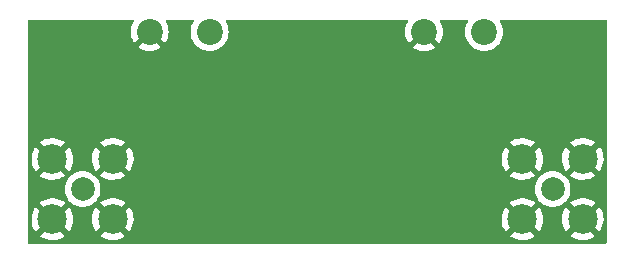
<source format=gbl>
G04 #@! TF.GenerationSoftware,KiCad,Pcbnew,(6.0.7)*
G04 #@! TF.CreationDate,2022-10-20T22:45:04-03:00*
G04 #@! TF.ProjectId,BIAS-T,42494153-2d54-42e6-9b69-6361645f7063,rev?*
G04 #@! TF.SameCoordinates,Original*
G04 #@! TF.FileFunction,Copper,L2,Bot*
G04 #@! TF.FilePolarity,Positive*
%FSLAX46Y46*%
G04 Gerber Fmt 4.6, Leading zero omitted, Abs format (unit mm)*
G04 Created by KiCad (PCBNEW (6.0.7)) date 2022-10-20 22:45:04*
%MOMM*%
%LPD*%
G01*
G04 APERTURE LIST*
G04 #@! TA.AperFunction,ComponentPad*
%ADD10C,2.000000*%
G04 #@! TD*
G04 #@! TA.AperFunction,ComponentPad*
%ADD11C,2.500000*%
G04 #@! TD*
G04 #@! TA.AperFunction,ComponentPad*
%ADD12C,2.200000*%
G04 #@! TD*
G04 APERTURE END LIST*
D10*
X130216500Y-104521000D03*
D11*
X127666500Y-101971000D03*
X127666500Y-107071000D03*
X132766500Y-107071000D03*
X132766500Y-101971000D03*
D12*
X140970000Y-91205000D03*
X135890000Y-91205000D03*
D10*
X170011500Y-104521000D03*
D11*
X172561500Y-107071000D03*
X172561500Y-101971000D03*
X167461500Y-101971000D03*
X167461500Y-107071000D03*
D12*
X164211000Y-91205000D03*
X159131000Y-91205000D03*
G04 #@! TA.AperFunction,Conductor*
G36*
X134481167Y-90190502D02*
G01*
X134527660Y-90244158D01*
X134537764Y-90314432D01*
X134520479Y-90362335D01*
X134455417Y-90468506D01*
X134450936Y-90477300D01*
X134357866Y-90701991D01*
X134354817Y-90711376D01*
X134298041Y-90947863D01*
X134296498Y-90957610D01*
X134277416Y-91200070D01*
X134277416Y-91209930D01*
X134296498Y-91452390D01*
X134298041Y-91462137D01*
X134354817Y-91698624D01*
X134357866Y-91708009D01*
X134450936Y-91932700D01*
X134455417Y-91941494D01*
X134574713Y-92136167D01*
X134585170Y-92145627D01*
X134593946Y-92141844D01*
X135800905Y-90934885D01*
X135863217Y-90900859D01*
X135934032Y-90905924D01*
X135979095Y-90934885D01*
X137183010Y-92138800D01*
X137195390Y-92145560D01*
X137203040Y-92139833D01*
X137324583Y-91941494D01*
X137329064Y-91932700D01*
X137422134Y-91708009D01*
X137425183Y-91698624D01*
X137481959Y-91462137D01*
X137483502Y-91452390D01*
X137502584Y-91209930D01*
X137502584Y-91200070D01*
X137483502Y-90957610D01*
X137481959Y-90947863D01*
X137425183Y-90711376D01*
X137422134Y-90701991D01*
X137329064Y-90477300D01*
X137324583Y-90468506D01*
X137259521Y-90362335D01*
X137240983Y-90293802D01*
X137262439Y-90226125D01*
X137317078Y-90180792D01*
X137366954Y-90170500D01*
X139492459Y-90170500D01*
X139560580Y-90190502D01*
X139607073Y-90244158D01*
X139617177Y-90314432D01*
X139599892Y-90362335D01*
X139532384Y-90472498D01*
X139435495Y-90706409D01*
X139376391Y-90952597D01*
X139356526Y-91205000D01*
X139376391Y-91457403D01*
X139435495Y-91703591D01*
X139532384Y-91937502D01*
X139664672Y-92153376D01*
X139829102Y-92345898D01*
X140021624Y-92510328D01*
X140237498Y-92642616D01*
X140242068Y-92644509D01*
X140242072Y-92644511D01*
X140466836Y-92737611D01*
X140471409Y-92739505D01*
X140556032Y-92759821D01*
X140712784Y-92797454D01*
X140712790Y-92797455D01*
X140717597Y-92798609D01*
X140970000Y-92818474D01*
X141222403Y-92798609D01*
X141227210Y-92797455D01*
X141227216Y-92797454D01*
X141383968Y-92759821D01*
X141468591Y-92739505D01*
X141473164Y-92737611D01*
X141697928Y-92644511D01*
X141697932Y-92644509D01*
X141702502Y-92642616D01*
X141918275Y-92510390D01*
X158190440Y-92510390D01*
X158196167Y-92518040D01*
X158394506Y-92639583D01*
X158403300Y-92644064D01*
X158627991Y-92737134D01*
X158637376Y-92740183D01*
X158873863Y-92796959D01*
X158883610Y-92798502D01*
X159126070Y-92817584D01*
X159135930Y-92817584D01*
X159378390Y-92798502D01*
X159388137Y-92796959D01*
X159624624Y-92740183D01*
X159634009Y-92737134D01*
X159858700Y-92644064D01*
X159867494Y-92639583D01*
X160062167Y-92520287D01*
X160071627Y-92509830D01*
X160067844Y-92501054D01*
X159143812Y-91577022D01*
X159129868Y-91569408D01*
X159128035Y-91569539D01*
X159121420Y-91573790D01*
X158197200Y-92498010D01*
X158190440Y-92510390D01*
X141918275Y-92510390D01*
X141918376Y-92510328D01*
X142110898Y-92345898D01*
X142275328Y-92153376D01*
X142407616Y-91937502D01*
X142504505Y-91703591D01*
X142563609Y-91457403D01*
X142583474Y-91205000D01*
X142563609Y-90952597D01*
X142504505Y-90706409D01*
X142407616Y-90472498D01*
X142340108Y-90362335D01*
X142321570Y-90293801D01*
X142343026Y-90226125D01*
X142397666Y-90180792D01*
X142447541Y-90170500D01*
X157654046Y-90170500D01*
X157722167Y-90190502D01*
X157768660Y-90244158D01*
X157778764Y-90314432D01*
X157761479Y-90362335D01*
X157696417Y-90468506D01*
X157691936Y-90477300D01*
X157598866Y-90701991D01*
X157595817Y-90711376D01*
X157539041Y-90947863D01*
X157537498Y-90957610D01*
X157518416Y-91200070D01*
X157518416Y-91209930D01*
X157537498Y-91452390D01*
X157539041Y-91462137D01*
X157595817Y-91698624D01*
X157598866Y-91708009D01*
X157691936Y-91932700D01*
X157696417Y-91941494D01*
X157815713Y-92136167D01*
X157826170Y-92145627D01*
X157834946Y-92141844D01*
X159041905Y-90934885D01*
X159104217Y-90900859D01*
X159175032Y-90905924D01*
X159220095Y-90934885D01*
X160424010Y-92138800D01*
X160436390Y-92145560D01*
X160444040Y-92139833D01*
X160565583Y-91941494D01*
X160570064Y-91932700D01*
X160663134Y-91708009D01*
X160666183Y-91698624D01*
X160722959Y-91462137D01*
X160724502Y-91452390D01*
X160743584Y-91209930D01*
X160743584Y-91200070D01*
X160724502Y-90957610D01*
X160722959Y-90947863D01*
X160666183Y-90711376D01*
X160663134Y-90701991D01*
X160570064Y-90477300D01*
X160565583Y-90468506D01*
X160500521Y-90362335D01*
X160481983Y-90293802D01*
X160503439Y-90226125D01*
X160558078Y-90180792D01*
X160607954Y-90170500D01*
X162733459Y-90170500D01*
X162801580Y-90190502D01*
X162848073Y-90244158D01*
X162858177Y-90314432D01*
X162840892Y-90362335D01*
X162773384Y-90472498D01*
X162676495Y-90706409D01*
X162617391Y-90952597D01*
X162597526Y-91205000D01*
X162617391Y-91457403D01*
X162676495Y-91703591D01*
X162773384Y-91937502D01*
X162905672Y-92153376D01*
X163070102Y-92345898D01*
X163262624Y-92510328D01*
X163478498Y-92642616D01*
X163483068Y-92644509D01*
X163483072Y-92644511D01*
X163707836Y-92737611D01*
X163712409Y-92739505D01*
X163797032Y-92759821D01*
X163953784Y-92797454D01*
X163953790Y-92797455D01*
X163958597Y-92798609D01*
X164211000Y-92818474D01*
X164463403Y-92798609D01*
X164468210Y-92797455D01*
X164468216Y-92797454D01*
X164624968Y-92759821D01*
X164709591Y-92739505D01*
X164714164Y-92737611D01*
X164938928Y-92644511D01*
X164938932Y-92644509D01*
X164943502Y-92642616D01*
X165159376Y-92510328D01*
X165351898Y-92345898D01*
X165516328Y-92153376D01*
X165648616Y-91937502D01*
X165745505Y-91703591D01*
X165804609Y-91457403D01*
X165824474Y-91205000D01*
X165804609Y-90952597D01*
X165745505Y-90706409D01*
X165648616Y-90472498D01*
X165581108Y-90362335D01*
X165562570Y-90293801D01*
X165584026Y-90226125D01*
X165638666Y-90180792D01*
X165688541Y-90170500D01*
X174460500Y-90170500D01*
X174528621Y-90190502D01*
X174575114Y-90244158D01*
X174586500Y-90296500D01*
X174586500Y-109027500D01*
X174566498Y-109095621D01*
X174512842Y-109142114D01*
X174460500Y-109153500D01*
X125729500Y-109153500D01*
X125661379Y-109133498D01*
X125614886Y-109079842D01*
X125603500Y-109027500D01*
X125603500Y-108480133D01*
X126622112Y-108480133D01*
X126630825Y-108491653D01*
X126728518Y-108563284D01*
X126736428Y-108568227D01*
X126959390Y-108685533D01*
X126967953Y-108689256D01*
X127205804Y-108772318D01*
X127214813Y-108774732D01*
X127462342Y-108821727D01*
X127471598Y-108822781D01*
X127723357Y-108832673D01*
X127732671Y-108832347D01*
X127983115Y-108804920D01*
X127992292Y-108803219D01*
X128235931Y-108739074D01*
X128244751Y-108736037D01*
X128476236Y-108636583D01*
X128484508Y-108632276D01*
X128698749Y-108499700D01*
X128705688Y-108494658D01*
X128714018Y-108482019D01*
X128712914Y-108480133D01*
X131722112Y-108480133D01*
X131730825Y-108491653D01*
X131828518Y-108563284D01*
X131836428Y-108568227D01*
X132059390Y-108685533D01*
X132067953Y-108689256D01*
X132305804Y-108772318D01*
X132314813Y-108774732D01*
X132562342Y-108821727D01*
X132571598Y-108822781D01*
X132823357Y-108832673D01*
X132832671Y-108832347D01*
X133083115Y-108804920D01*
X133092292Y-108803219D01*
X133335931Y-108739074D01*
X133344751Y-108736037D01*
X133576236Y-108636583D01*
X133584508Y-108632276D01*
X133798749Y-108499700D01*
X133805688Y-108494658D01*
X133814018Y-108482019D01*
X133812914Y-108480133D01*
X166417112Y-108480133D01*
X166425825Y-108491653D01*
X166523518Y-108563284D01*
X166531428Y-108568227D01*
X166754390Y-108685533D01*
X166762953Y-108689256D01*
X167000804Y-108772318D01*
X167009813Y-108774732D01*
X167257342Y-108821727D01*
X167266598Y-108822781D01*
X167518357Y-108832673D01*
X167527671Y-108832347D01*
X167778115Y-108804920D01*
X167787292Y-108803219D01*
X168030931Y-108739074D01*
X168039751Y-108736037D01*
X168271236Y-108636583D01*
X168279508Y-108632276D01*
X168493749Y-108499700D01*
X168500688Y-108494658D01*
X168509018Y-108482019D01*
X168507914Y-108480133D01*
X171517112Y-108480133D01*
X171525825Y-108491653D01*
X171623518Y-108563284D01*
X171631428Y-108568227D01*
X171854390Y-108685533D01*
X171862953Y-108689256D01*
X172100804Y-108772318D01*
X172109813Y-108774732D01*
X172357342Y-108821727D01*
X172366598Y-108822781D01*
X172618357Y-108832673D01*
X172627671Y-108832347D01*
X172878115Y-108804920D01*
X172887292Y-108803219D01*
X173130931Y-108739074D01*
X173139751Y-108736037D01*
X173371236Y-108636583D01*
X173379508Y-108632276D01*
X173593749Y-108499700D01*
X173600688Y-108494658D01*
X173609018Y-108482019D01*
X173602956Y-108471666D01*
X172574312Y-107443022D01*
X172560368Y-107435408D01*
X172558535Y-107435539D01*
X172551920Y-107439790D01*
X171523770Y-108467940D01*
X171517112Y-108480133D01*
X168507914Y-108480133D01*
X168502956Y-108471666D01*
X167474312Y-107443022D01*
X167460368Y-107435408D01*
X167458535Y-107435539D01*
X167451920Y-107439790D01*
X166423770Y-108467940D01*
X166417112Y-108480133D01*
X133812914Y-108480133D01*
X133807956Y-108471666D01*
X132779312Y-107443022D01*
X132765368Y-107435408D01*
X132763535Y-107435539D01*
X132756920Y-107439790D01*
X131728770Y-108467940D01*
X131722112Y-108480133D01*
X128712914Y-108480133D01*
X128707956Y-108471666D01*
X127679312Y-107443022D01*
X127665368Y-107435408D01*
X127663535Y-107435539D01*
X127656920Y-107439790D01*
X126628770Y-108467940D01*
X126622112Y-108480133D01*
X125603500Y-108480133D01*
X125603500Y-107029523D01*
X125904398Y-107029523D01*
X125916487Y-107281175D01*
X125917624Y-107290435D01*
X125966774Y-107537535D01*
X125969268Y-107546528D01*
X126054400Y-107783639D01*
X126058200Y-107792174D01*
X126177446Y-108014101D01*
X126182457Y-108021968D01*
X126245946Y-108106990D01*
X126257204Y-108115439D01*
X126269623Y-108108667D01*
X127294478Y-107083812D01*
X127300856Y-107072132D01*
X128030908Y-107072132D01*
X128031039Y-107073965D01*
X128035290Y-107080580D01*
X129066413Y-108111703D01*
X129078793Y-108118463D01*
X129087134Y-108112219D01*
X129213265Y-107916127D01*
X129217712Y-107907936D01*
X129321191Y-107678222D01*
X129324382Y-107669455D01*
X129392769Y-107426976D01*
X129394629Y-107417834D01*
X129426616Y-107166396D01*
X129427097Y-107160108D01*
X129429347Y-107074160D01*
X129429196Y-107067851D01*
X129426348Y-107029523D01*
X131004398Y-107029523D01*
X131016487Y-107281175D01*
X131017624Y-107290435D01*
X131066774Y-107537535D01*
X131069268Y-107546528D01*
X131154400Y-107783639D01*
X131158200Y-107792174D01*
X131277446Y-108014101D01*
X131282457Y-108021968D01*
X131345946Y-108106990D01*
X131357204Y-108115439D01*
X131369623Y-108108667D01*
X132394478Y-107083812D01*
X132400856Y-107072132D01*
X133130908Y-107072132D01*
X133131039Y-107073965D01*
X133135290Y-107080580D01*
X134166413Y-108111703D01*
X134178793Y-108118463D01*
X134187134Y-108112219D01*
X134313265Y-107916127D01*
X134317712Y-107907936D01*
X134421191Y-107678222D01*
X134424382Y-107669455D01*
X134492769Y-107426976D01*
X134494629Y-107417834D01*
X134526616Y-107166396D01*
X134527097Y-107160108D01*
X134529347Y-107074160D01*
X134529196Y-107067851D01*
X134526348Y-107029523D01*
X165699398Y-107029523D01*
X165711487Y-107281175D01*
X165712624Y-107290435D01*
X165761774Y-107537535D01*
X165764268Y-107546528D01*
X165849400Y-107783639D01*
X165853200Y-107792174D01*
X165972446Y-108014101D01*
X165977457Y-108021968D01*
X166040946Y-108106990D01*
X166052204Y-108115439D01*
X166064623Y-108108667D01*
X167089478Y-107083812D01*
X167095856Y-107072132D01*
X167825908Y-107072132D01*
X167826039Y-107073965D01*
X167830290Y-107080580D01*
X168861413Y-108111703D01*
X168873793Y-108118463D01*
X168882134Y-108112219D01*
X169008265Y-107916127D01*
X169012712Y-107907936D01*
X169116191Y-107678222D01*
X169119382Y-107669455D01*
X169187769Y-107426976D01*
X169189629Y-107417834D01*
X169221616Y-107166396D01*
X169222097Y-107160108D01*
X169224347Y-107074160D01*
X169224196Y-107067851D01*
X169221348Y-107029523D01*
X170799398Y-107029523D01*
X170811487Y-107281175D01*
X170812624Y-107290435D01*
X170861774Y-107537535D01*
X170864268Y-107546528D01*
X170949400Y-107783639D01*
X170953200Y-107792174D01*
X171072446Y-108014101D01*
X171077457Y-108021968D01*
X171140946Y-108106990D01*
X171152204Y-108115439D01*
X171164623Y-108108667D01*
X172189478Y-107083812D01*
X172195856Y-107072132D01*
X172925908Y-107072132D01*
X172926039Y-107073965D01*
X172930290Y-107080580D01*
X173961413Y-108111703D01*
X173973793Y-108118463D01*
X173982134Y-108112219D01*
X174108265Y-107916127D01*
X174112712Y-107907936D01*
X174216191Y-107678222D01*
X174219382Y-107669455D01*
X174287769Y-107426976D01*
X174289629Y-107417834D01*
X174321616Y-107166396D01*
X174322097Y-107160108D01*
X174324347Y-107074160D01*
X174324196Y-107067851D01*
X174305412Y-106815074D01*
X174304036Y-106805868D01*
X174248429Y-106560126D01*
X174245705Y-106551215D01*
X174154388Y-106316392D01*
X174150377Y-106307983D01*
X174025354Y-106089240D01*
X174020143Y-106081514D01*
X173982891Y-106034261D01*
X173970966Y-106025790D01*
X173959434Y-106032276D01*
X172933522Y-107058188D01*
X172925908Y-107072132D01*
X172195856Y-107072132D01*
X172197092Y-107069868D01*
X172196961Y-107068035D01*
X172192710Y-107061420D01*
X171162821Y-106031531D01*
X171149513Y-106024264D01*
X171139474Y-106031386D01*
X171129261Y-106043666D01*
X171123846Y-106051258D01*
X170993146Y-106266646D01*
X170988908Y-106274963D01*
X170891481Y-106507299D01*
X170888520Y-106516149D01*
X170826506Y-106760331D01*
X170824884Y-106769528D01*
X170799643Y-107020198D01*
X170799398Y-107029523D01*
X169221348Y-107029523D01*
X169205412Y-106815074D01*
X169204036Y-106805868D01*
X169148429Y-106560126D01*
X169145705Y-106551215D01*
X169054388Y-106316392D01*
X169050377Y-106307983D01*
X168925354Y-106089240D01*
X168920143Y-106081514D01*
X168882891Y-106034261D01*
X168870966Y-106025790D01*
X168859434Y-106032276D01*
X167833522Y-107058188D01*
X167825908Y-107072132D01*
X167095856Y-107072132D01*
X167097092Y-107069868D01*
X167096961Y-107068035D01*
X167092710Y-107061420D01*
X166062821Y-106031531D01*
X166049513Y-106024264D01*
X166039474Y-106031386D01*
X166029261Y-106043666D01*
X166023846Y-106051258D01*
X165893146Y-106266646D01*
X165888908Y-106274963D01*
X165791481Y-106507299D01*
X165788520Y-106516149D01*
X165726506Y-106760331D01*
X165724884Y-106769528D01*
X165699643Y-107020198D01*
X165699398Y-107029523D01*
X134526348Y-107029523D01*
X134510412Y-106815074D01*
X134509036Y-106805868D01*
X134453429Y-106560126D01*
X134450705Y-106551215D01*
X134359388Y-106316392D01*
X134355377Y-106307983D01*
X134230354Y-106089240D01*
X134225143Y-106081514D01*
X134187891Y-106034261D01*
X134175966Y-106025790D01*
X134164434Y-106032276D01*
X133138522Y-107058188D01*
X133130908Y-107072132D01*
X132400856Y-107072132D01*
X132402092Y-107069868D01*
X132401961Y-107068035D01*
X132397710Y-107061420D01*
X131367821Y-106031531D01*
X131354513Y-106024264D01*
X131344474Y-106031386D01*
X131334261Y-106043666D01*
X131328846Y-106051258D01*
X131198146Y-106266646D01*
X131193908Y-106274963D01*
X131096481Y-106507299D01*
X131093520Y-106516149D01*
X131031506Y-106760331D01*
X131029884Y-106769528D01*
X131004643Y-107020198D01*
X131004398Y-107029523D01*
X129426348Y-107029523D01*
X129410412Y-106815074D01*
X129409036Y-106805868D01*
X129353429Y-106560126D01*
X129350705Y-106551215D01*
X129259388Y-106316392D01*
X129255377Y-106307983D01*
X129130354Y-106089240D01*
X129125143Y-106081514D01*
X129087891Y-106034261D01*
X129075966Y-106025790D01*
X129064434Y-106032276D01*
X128038522Y-107058188D01*
X128030908Y-107072132D01*
X127300856Y-107072132D01*
X127302092Y-107069868D01*
X127301961Y-107068035D01*
X127297710Y-107061420D01*
X126267821Y-106031531D01*
X126254513Y-106024264D01*
X126244474Y-106031386D01*
X126234261Y-106043666D01*
X126228846Y-106051258D01*
X126098146Y-106266646D01*
X126093908Y-106274963D01*
X125996481Y-106507299D01*
X125993520Y-106516149D01*
X125931506Y-106760331D01*
X125929884Y-106769528D01*
X125904643Y-107020198D01*
X125904398Y-107029523D01*
X125603500Y-107029523D01*
X125603500Y-105659803D01*
X126619716Y-105659803D01*
X126624289Y-105669579D01*
X127653688Y-106698978D01*
X127667632Y-106706592D01*
X127669465Y-106706461D01*
X127676080Y-106702210D01*
X128704919Y-105673371D01*
X128711303Y-105661681D01*
X128701891Y-105649570D01*
X128565093Y-105554670D01*
X128557065Y-105549942D01*
X128331093Y-105438505D01*
X128322460Y-105435017D01*
X128082498Y-105358205D01*
X128073438Y-105356029D01*
X127824760Y-105315529D01*
X127815473Y-105314717D01*
X127563553Y-105311419D01*
X127554242Y-105311989D01*
X127304597Y-105345964D01*
X127295478Y-105347902D01*
X127053598Y-105418404D01*
X127044867Y-105421667D01*
X126816058Y-105527151D01*
X126807906Y-105531670D01*
X126628853Y-105649062D01*
X126619716Y-105659803D01*
X125603500Y-105659803D01*
X125603500Y-104521000D01*
X128703335Y-104521000D01*
X128721965Y-104757711D01*
X128777395Y-104988594D01*
X128868260Y-105207963D01*
X128870846Y-105212183D01*
X128989741Y-105406202D01*
X128989745Y-105406208D01*
X128992324Y-105410416D01*
X129146531Y-105590969D01*
X129327084Y-105745176D01*
X129331292Y-105747755D01*
X129331298Y-105747759D01*
X129525317Y-105866654D01*
X129529537Y-105869240D01*
X129534107Y-105871133D01*
X129534111Y-105871135D01*
X129744333Y-105958211D01*
X129748906Y-105960105D01*
X129829109Y-105979360D01*
X129974976Y-106014380D01*
X129974982Y-106014381D01*
X129979789Y-106015535D01*
X130216500Y-106034165D01*
X130453211Y-106015535D01*
X130458018Y-106014381D01*
X130458024Y-106014380D01*
X130603891Y-105979360D01*
X130684094Y-105960105D01*
X130688667Y-105958211D01*
X130898889Y-105871135D01*
X130898893Y-105871133D01*
X130903463Y-105869240D01*
X130907683Y-105866654D01*
X131101702Y-105747759D01*
X131101708Y-105747755D01*
X131105916Y-105745176D01*
X131205875Y-105659803D01*
X131719716Y-105659803D01*
X131724289Y-105669579D01*
X132753688Y-106698978D01*
X132767632Y-106706592D01*
X132769465Y-106706461D01*
X132776080Y-106702210D01*
X133804919Y-105673371D01*
X133811303Y-105661681D01*
X133809844Y-105659803D01*
X166414716Y-105659803D01*
X166419289Y-105669579D01*
X167448688Y-106698978D01*
X167462632Y-106706592D01*
X167464465Y-106706461D01*
X167471080Y-106702210D01*
X168499919Y-105673371D01*
X168506303Y-105661681D01*
X168496891Y-105649570D01*
X168360093Y-105554670D01*
X168352065Y-105549942D01*
X168126093Y-105438505D01*
X168117460Y-105435017D01*
X167877498Y-105358205D01*
X167868438Y-105356029D01*
X167619760Y-105315529D01*
X167610473Y-105314717D01*
X167358553Y-105311419D01*
X167349242Y-105311989D01*
X167099597Y-105345964D01*
X167090478Y-105347902D01*
X166848598Y-105418404D01*
X166839867Y-105421667D01*
X166611058Y-105527151D01*
X166602906Y-105531670D01*
X166423853Y-105649062D01*
X166414716Y-105659803D01*
X133809844Y-105659803D01*
X133801891Y-105649570D01*
X133665093Y-105554670D01*
X133657065Y-105549942D01*
X133431093Y-105438505D01*
X133422460Y-105435017D01*
X133182498Y-105358205D01*
X133173438Y-105356029D01*
X132924760Y-105315529D01*
X132915473Y-105314717D01*
X132663553Y-105311419D01*
X132654242Y-105311989D01*
X132404597Y-105345964D01*
X132395478Y-105347902D01*
X132153598Y-105418404D01*
X132144867Y-105421667D01*
X131916058Y-105527151D01*
X131907906Y-105531670D01*
X131728853Y-105649062D01*
X131719716Y-105659803D01*
X131205875Y-105659803D01*
X131286469Y-105590969D01*
X131440676Y-105410416D01*
X131443255Y-105406208D01*
X131443259Y-105406202D01*
X131562154Y-105212183D01*
X131564740Y-105207963D01*
X131655605Y-104988594D01*
X131711035Y-104757711D01*
X131729665Y-104521000D01*
X168498335Y-104521000D01*
X168516965Y-104757711D01*
X168572395Y-104988594D01*
X168663260Y-105207963D01*
X168665846Y-105212183D01*
X168784741Y-105406202D01*
X168784745Y-105406208D01*
X168787324Y-105410416D01*
X168941531Y-105590969D01*
X169122084Y-105745176D01*
X169126292Y-105747755D01*
X169126298Y-105747759D01*
X169320317Y-105866654D01*
X169324537Y-105869240D01*
X169329107Y-105871133D01*
X169329111Y-105871135D01*
X169539333Y-105958211D01*
X169543906Y-105960105D01*
X169624109Y-105979360D01*
X169769976Y-106014380D01*
X169769982Y-106014381D01*
X169774789Y-106015535D01*
X170011500Y-106034165D01*
X170248211Y-106015535D01*
X170253018Y-106014381D01*
X170253024Y-106014380D01*
X170398891Y-105979360D01*
X170479094Y-105960105D01*
X170483667Y-105958211D01*
X170693889Y-105871135D01*
X170693893Y-105871133D01*
X170698463Y-105869240D01*
X170702683Y-105866654D01*
X170896702Y-105747759D01*
X170896708Y-105747755D01*
X170900916Y-105745176D01*
X171000875Y-105659803D01*
X171514716Y-105659803D01*
X171519289Y-105669579D01*
X172548688Y-106698978D01*
X172562632Y-106706592D01*
X172564465Y-106706461D01*
X172571080Y-106702210D01*
X173599919Y-105673371D01*
X173606303Y-105661681D01*
X173596891Y-105649570D01*
X173460093Y-105554670D01*
X173452065Y-105549942D01*
X173226093Y-105438505D01*
X173217460Y-105435017D01*
X172977498Y-105358205D01*
X172968438Y-105356029D01*
X172719760Y-105315529D01*
X172710473Y-105314717D01*
X172458553Y-105311419D01*
X172449242Y-105311989D01*
X172199597Y-105345964D01*
X172190478Y-105347902D01*
X171948598Y-105418404D01*
X171939867Y-105421667D01*
X171711058Y-105527151D01*
X171702906Y-105531670D01*
X171523853Y-105649062D01*
X171514716Y-105659803D01*
X171000875Y-105659803D01*
X171081469Y-105590969D01*
X171235676Y-105410416D01*
X171238255Y-105406208D01*
X171238259Y-105406202D01*
X171357154Y-105212183D01*
X171359740Y-105207963D01*
X171450605Y-104988594D01*
X171506035Y-104757711D01*
X171524665Y-104521000D01*
X171506035Y-104284289D01*
X171450605Y-104053406D01*
X171359740Y-103834037D01*
X171280617Y-103704920D01*
X171238259Y-103635798D01*
X171238255Y-103635792D01*
X171235676Y-103631584D01*
X171081469Y-103451031D01*
X170998458Y-103380133D01*
X171517112Y-103380133D01*
X171525825Y-103391653D01*
X171623518Y-103463284D01*
X171631428Y-103468227D01*
X171854390Y-103585533D01*
X171862953Y-103589256D01*
X172100804Y-103672318D01*
X172109813Y-103674732D01*
X172357342Y-103721727D01*
X172366598Y-103722781D01*
X172618357Y-103732673D01*
X172627671Y-103732347D01*
X172878115Y-103704920D01*
X172887292Y-103703219D01*
X173130931Y-103639074D01*
X173139751Y-103636037D01*
X173371236Y-103536583D01*
X173379508Y-103532276D01*
X173593749Y-103399700D01*
X173600688Y-103394658D01*
X173609018Y-103382019D01*
X173602956Y-103371666D01*
X172574312Y-102343022D01*
X172560368Y-102335408D01*
X172558535Y-102335539D01*
X172551920Y-102339790D01*
X171523770Y-103367940D01*
X171517112Y-103380133D01*
X170998458Y-103380133D01*
X170900916Y-103296824D01*
X170896708Y-103294245D01*
X170896702Y-103294241D01*
X170702683Y-103175346D01*
X170698463Y-103172760D01*
X170693893Y-103170867D01*
X170693889Y-103170865D01*
X170483667Y-103083789D01*
X170483665Y-103083788D01*
X170479094Y-103081895D01*
X170398891Y-103062640D01*
X170253024Y-103027620D01*
X170253018Y-103027619D01*
X170248211Y-103026465D01*
X170011500Y-103007835D01*
X169774789Y-103026465D01*
X169769982Y-103027619D01*
X169769976Y-103027620D01*
X169624109Y-103062640D01*
X169543906Y-103081895D01*
X169539335Y-103083788D01*
X169539333Y-103083789D01*
X169329111Y-103170865D01*
X169329107Y-103170867D01*
X169324537Y-103172760D01*
X169320317Y-103175346D01*
X169126298Y-103294241D01*
X169126292Y-103294245D01*
X169122084Y-103296824D01*
X168941531Y-103451031D01*
X168787324Y-103631584D01*
X168784745Y-103635792D01*
X168784741Y-103635798D01*
X168742383Y-103704920D01*
X168663260Y-103834037D01*
X168572395Y-104053406D01*
X168516965Y-104284289D01*
X168498335Y-104521000D01*
X131729665Y-104521000D01*
X131711035Y-104284289D01*
X131655605Y-104053406D01*
X131564740Y-103834037D01*
X131485617Y-103704920D01*
X131443259Y-103635798D01*
X131443255Y-103635792D01*
X131440676Y-103631584D01*
X131286469Y-103451031D01*
X131203458Y-103380133D01*
X131722112Y-103380133D01*
X131730825Y-103391653D01*
X131828518Y-103463284D01*
X131836428Y-103468227D01*
X132059390Y-103585533D01*
X132067953Y-103589256D01*
X132305804Y-103672318D01*
X132314813Y-103674732D01*
X132562342Y-103721727D01*
X132571598Y-103722781D01*
X132823357Y-103732673D01*
X132832671Y-103732347D01*
X133083115Y-103704920D01*
X133092292Y-103703219D01*
X133335931Y-103639074D01*
X133344751Y-103636037D01*
X133576236Y-103536583D01*
X133584508Y-103532276D01*
X133798749Y-103399700D01*
X133805688Y-103394658D01*
X133814018Y-103382019D01*
X133812914Y-103380133D01*
X166417112Y-103380133D01*
X166425825Y-103391653D01*
X166523518Y-103463284D01*
X166531428Y-103468227D01*
X166754390Y-103585533D01*
X166762953Y-103589256D01*
X167000804Y-103672318D01*
X167009813Y-103674732D01*
X167257342Y-103721727D01*
X167266598Y-103722781D01*
X167518357Y-103732673D01*
X167527671Y-103732347D01*
X167778115Y-103704920D01*
X167787292Y-103703219D01*
X168030931Y-103639074D01*
X168039751Y-103636037D01*
X168271236Y-103536583D01*
X168279508Y-103532276D01*
X168493749Y-103399700D01*
X168500688Y-103394658D01*
X168509018Y-103382019D01*
X168502956Y-103371666D01*
X167474312Y-102343022D01*
X167460368Y-102335408D01*
X167458535Y-102335539D01*
X167451920Y-102339790D01*
X166423770Y-103367940D01*
X166417112Y-103380133D01*
X133812914Y-103380133D01*
X133807956Y-103371666D01*
X132779312Y-102343022D01*
X132765368Y-102335408D01*
X132763535Y-102335539D01*
X132756920Y-102339790D01*
X131728770Y-103367940D01*
X131722112Y-103380133D01*
X131203458Y-103380133D01*
X131105916Y-103296824D01*
X131101708Y-103294245D01*
X131101702Y-103294241D01*
X130907683Y-103175346D01*
X130903463Y-103172760D01*
X130898893Y-103170867D01*
X130898889Y-103170865D01*
X130688667Y-103083789D01*
X130688665Y-103083788D01*
X130684094Y-103081895D01*
X130603891Y-103062640D01*
X130458024Y-103027620D01*
X130458018Y-103027619D01*
X130453211Y-103026465D01*
X130216500Y-103007835D01*
X129979789Y-103026465D01*
X129974982Y-103027619D01*
X129974976Y-103027620D01*
X129829109Y-103062640D01*
X129748906Y-103081895D01*
X129744335Y-103083788D01*
X129744333Y-103083789D01*
X129534111Y-103170865D01*
X129534107Y-103170867D01*
X129529537Y-103172760D01*
X129525317Y-103175346D01*
X129331298Y-103294241D01*
X129331292Y-103294245D01*
X129327084Y-103296824D01*
X129146531Y-103451031D01*
X128992324Y-103631584D01*
X128989745Y-103635792D01*
X128989741Y-103635798D01*
X128947383Y-103704920D01*
X128868260Y-103834037D01*
X128777395Y-104053406D01*
X128721965Y-104284289D01*
X128703335Y-104521000D01*
X125603500Y-104521000D01*
X125603500Y-103380133D01*
X126622112Y-103380133D01*
X126630825Y-103391653D01*
X126728518Y-103463284D01*
X126736428Y-103468227D01*
X126959390Y-103585533D01*
X126967953Y-103589256D01*
X127205804Y-103672318D01*
X127214813Y-103674732D01*
X127462342Y-103721727D01*
X127471598Y-103722781D01*
X127723357Y-103732673D01*
X127732671Y-103732347D01*
X127983115Y-103704920D01*
X127992292Y-103703219D01*
X128235931Y-103639074D01*
X128244751Y-103636037D01*
X128476236Y-103536583D01*
X128484508Y-103532276D01*
X128698749Y-103399700D01*
X128705688Y-103394658D01*
X128714018Y-103382019D01*
X128707956Y-103371666D01*
X127679312Y-102343022D01*
X127665368Y-102335408D01*
X127663535Y-102335539D01*
X127656920Y-102339790D01*
X126628770Y-103367940D01*
X126622112Y-103380133D01*
X125603500Y-103380133D01*
X125603500Y-101929523D01*
X125904398Y-101929523D01*
X125916487Y-102181175D01*
X125917624Y-102190435D01*
X125966774Y-102437535D01*
X125969268Y-102446528D01*
X126054400Y-102683639D01*
X126058200Y-102692174D01*
X126177446Y-102914101D01*
X126182457Y-102921968D01*
X126245946Y-103006990D01*
X126257204Y-103015439D01*
X126269623Y-103008667D01*
X127294478Y-101983812D01*
X127300856Y-101972132D01*
X128030908Y-101972132D01*
X128031039Y-101973965D01*
X128035290Y-101980580D01*
X129066413Y-103011703D01*
X129078793Y-103018463D01*
X129087134Y-103012219D01*
X129213265Y-102816127D01*
X129217712Y-102807936D01*
X129321191Y-102578222D01*
X129324382Y-102569455D01*
X129392769Y-102326976D01*
X129394629Y-102317834D01*
X129426616Y-102066396D01*
X129427097Y-102060108D01*
X129429347Y-101974160D01*
X129429196Y-101967851D01*
X129426348Y-101929523D01*
X131004398Y-101929523D01*
X131016487Y-102181175D01*
X131017624Y-102190435D01*
X131066774Y-102437535D01*
X131069268Y-102446528D01*
X131154400Y-102683639D01*
X131158200Y-102692174D01*
X131277446Y-102914101D01*
X131282457Y-102921968D01*
X131345946Y-103006990D01*
X131357204Y-103015439D01*
X131369623Y-103008667D01*
X132394478Y-101983812D01*
X132400856Y-101972132D01*
X133130908Y-101972132D01*
X133131039Y-101973965D01*
X133135290Y-101980580D01*
X134166413Y-103011703D01*
X134178793Y-103018463D01*
X134187134Y-103012219D01*
X134313265Y-102816127D01*
X134317712Y-102807936D01*
X134421191Y-102578222D01*
X134424382Y-102569455D01*
X134492769Y-102326976D01*
X134494629Y-102317834D01*
X134526616Y-102066396D01*
X134527097Y-102060108D01*
X134529347Y-101974160D01*
X134529196Y-101967851D01*
X134526348Y-101929523D01*
X165699398Y-101929523D01*
X165711487Y-102181175D01*
X165712624Y-102190435D01*
X165761774Y-102437535D01*
X165764268Y-102446528D01*
X165849400Y-102683639D01*
X165853200Y-102692174D01*
X165972446Y-102914101D01*
X165977457Y-102921968D01*
X166040946Y-103006990D01*
X166052204Y-103015439D01*
X166064623Y-103008667D01*
X167089478Y-101983812D01*
X167095856Y-101972132D01*
X167825908Y-101972132D01*
X167826039Y-101973965D01*
X167830290Y-101980580D01*
X168861413Y-103011703D01*
X168873793Y-103018463D01*
X168882134Y-103012219D01*
X169008265Y-102816127D01*
X169012712Y-102807936D01*
X169116191Y-102578222D01*
X169119382Y-102569455D01*
X169187769Y-102326976D01*
X169189629Y-102317834D01*
X169221616Y-102066396D01*
X169222097Y-102060108D01*
X169224347Y-101974160D01*
X169224196Y-101967851D01*
X169221348Y-101929523D01*
X170799398Y-101929523D01*
X170811487Y-102181175D01*
X170812624Y-102190435D01*
X170861774Y-102437535D01*
X170864268Y-102446528D01*
X170949400Y-102683639D01*
X170953200Y-102692174D01*
X171072446Y-102914101D01*
X171077457Y-102921968D01*
X171140946Y-103006990D01*
X171152204Y-103015439D01*
X171164623Y-103008667D01*
X172189478Y-101983812D01*
X172195856Y-101972132D01*
X172925908Y-101972132D01*
X172926039Y-101973965D01*
X172930290Y-101980580D01*
X173961413Y-103011703D01*
X173973793Y-103018463D01*
X173982134Y-103012219D01*
X174108265Y-102816127D01*
X174112712Y-102807936D01*
X174216191Y-102578222D01*
X174219382Y-102569455D01*
X174287769Y-102326976D01*
X174289629Y-102317834D01*
X174321616Y-102066396D01*
X174322097Y-102060108D01*
X174324347Y-101974160D01*
X174324196Y-101967851D01*
X174305412Y-101715074D01*
X174304036Y-101705868D01*
X174248429Y-101460126D01*
X174245705Y-101451215D01*
X174154388Y-101216392D01*
X174150377Y-101207983D01*
X174025354Y-100989240D01*
X174020143Y-100981514D01*
X173982891Y-100934261D01*
X173970966Y-100925790D01*
X173959434Y-100932276D01*
X172933522Y-101958188D01*
X172925908Y-101972132D01*
X172195856Y-101972132D01*
X172197092Y-101969868D01*
X172196961Y-101968035D01*
X172192710Y-101961420D01*
X171162821Y-100931531D01*
X171149513Y-100924264D01*
X171139474Y-100931386D01*
X171129261Y-100943666D01*
X171123846Y-100951258D01*
X170993146Y-101166646D01*
X170988908Y-101174963D01*
X170891481Y-101407299D01*
X170888520Y-101416149D01*
X170826506Y-101660331D01*
X170824884Y-101669528D01*
X170799643Y-101920198D01*
X170799398Y-101929523D01*
X169221348Y-101929523D01*
X169205412Y-101715074D01*
X169204036Y-101705868D01*
X169148429Y-101460126D01*
X169145705Y-101451215D01*
X169054388Y-101216392D01*
X169050377Y-101207983D01*
X168925354Y-100989240D01*
X168920143Y-100981514D01*
X168882891Y-100934261D01*
X168870966Y-100925790D01*
X168859434Y-100932276D01*
X167833522Y-101958188D01*
X167825908Y-101972132D01*
X167095856Y-101972132D01*
X167097092Y-101969868D01*
X167096961Y-101968035D01*
X167092710Y-101961420D01*
X166062821Y-100931531D01*
X166049513Y-100924264D01*
X166039474Y-100931386D01*
X166029261Y-100943666D01*
X166023846Y-100951258D01*
X165893146Y-101166646D01*
X165888908Y-101174963D01*
X165791481Y-101407299D01*
X165788520Y-101416149D01*
X165726506Y-101660331D01*
X165724884Y-101669528D01*
X165699643Y-101920198D01*
X165699398Y-101929523D01*
X134526348Y-101929523D01*
X134510412Y-101715074D01*
X134509036Y-101705868D01*
X134453429Y-101460126D01*
X134450705Y-101451215D01*
X134359388Y-101216392D01*
X134355377Y-101207983D01*
X134230354Y-100989240D01*
X134225143Y-100981514D01*
X134187891Y-100934261D01*
X134175966Y-100925790D01*
X134164434Y-100932276D01*
X133138522Y-101958188D01*
X133130908Y-101972132D01*
X132400856Y-101972132D01*
X132402092Y-101969868D01*
X132401961Y-101968035D01*
X132397710Y-101961420D01*
X131367821Y-100931531D01*
X131354513Y-100924264D01*
X131344474Y-100931386D01*
X131334261Y-100943666D01*
X131328846Y-100951258D01*
X131198146Y-101166646D01*
X131193908Y-101174963D01*
X131096481Y-101407299D01*
X131093520Y-101416149D01*
X131031506Y-101660331D01*
X131029884Y-101669528D01*
X131004643Y-101920198D01*
X131004398Y-101929523D01*
X129426348Y-101929523D01*
X129410412Y-101715074D01*
X129409036Y-101705868D01*
X129353429Y-101460126D01*
X129350705Y-101451215D01*
X129259388Y-101216392D01*
X129255377Y-101207983D01*
X129130354Y-100989240D01*
X129125143Y-100981514D01*
X129087891Y-100934261D01*
X129075966Y-100925790D01*
X129064434Y-100932276D01*
X128038522Y-101958188D01*
X128030908Y-101972132D01*
X127300856Y-101972132D01*
X127302092Y-101969868D01*
X127301961Y-101968035D01*
X127297710Y-101961420D01*
X126267821Y-100931531D01*
X126254513Y-100924264D01*
X126244474Y-100931386D01*
X126234261Y-100943666D01*
X126228846Y-100951258D01*
X126098146Y-101166646D01*
X126093908Y-101174963D01*
X125996481Y-101407299D01*
X125993520Y-101416149D01*
X125931506Y-101660331D01*
X125929884Y-101669528D01*
X125904643Y-101920198D01*
X125904398Y-101929523D01*
X125603500Y-101929523D01*
X125603500Y-100559803D01*
X126619716Y-100559803D01*
X126624289Y-100569579D01*
X127653688Y-101598978D01*
X127667632Y-101606592D01*
X127669465Y-101606461D01*
X127676080Y-101602210D01*
X128704919Y-100573371D01*
X128711303Y-100561681D01*
X128709844Y-100559803D01*
X131719716Y-100559803D01*
X131724289Y-100569579D01*
X132753688Y-101598978D01*
X132767632Y-101606592D01*
X132769465Y-101606461D01*
X132776080Y-101602210D01*
X133804919Y-100573371D01*
X133811303Y-100561681D01*
X133809844Y-100559803D01*
X166414716Y-100559803D01*
X166419289Y-100569579D01*
X167448688Y-101598978D01*
X167462632Y-101606592D01*
X167464465Y-101606461D01*
X167471080Y-101602210D01*
X168499919Y-100573371D01*
X168506303Y-100561681D01*
X168504844Y-100559803D01*
X171514716Y-100559803D01*
X171519289Y-100569579D01*
X172548688Y-101598978D01*
X172562632Y-101606592D01*
X172564465Y-101606461D01*
X172571080Y-101602210D01*
X173599919Y-100573371D01*
X173606303Y-100561681D01*
X173596891Y-100549570D01*
X173460093Y-100454670D01*
X173452065Y-100449942D01*
X173226093Y-100338505D01*
X173217460Y-100335017D01*
X172977498Y-100258205D01*
X172968438Y-100256029D01*
X172719760Y-100215529D01*
X172710473Y-100214717D01*
X172458553Y-100211419D01*
X172449242Y-100211989D01*
X172199597Y-100245964D01*
X172190478Y-100247902D01*
X171948598Y-100318404D01*
X171939867Y-100321667D01*
X171711058Y-100427151D01*
X171702906Y-100431670D01*
X171523853Y-100549062D01*
X171514716Y-100559803D01*
X168504844Y-100559803D01*
X168496891Y-100549570D01*
X168360093Y-100454670D01*
X168352065Y-100449942D01*
X168126093Y-100338505D01*
X168117460Y-100335017D01*
X167877498Y-100258205D01*
X167868438Y-100256029D01*
X167619760Y-100215529D01*
X167610473Y-100214717D01*
X167358553Y-100211419D01*
X167349242Y-100211989D01*
X167099597Y-100245964D01*
X167090478Y-100247902D01*
X166848598Y-100318404D01*
X166839867Y-100321667D01*
X166611058Y-100427151D01*
X166602906Y-100431670D01*
X166423853Y-100549062D01*
X166414716Y-100559803D01*
X133809844Y-100559803D01*
X133801891Y-100549570D01*
X133665093Y-100454670D01*
X133657065Y-100449942D01*
X133431093Y-100338505D01*
X133422460Y-100335017D01*
X133182498Y-100258205D01*
X133173438Y-100256029D01*
X132924760Y-100215529D01*
X132915473Y-100214717D01*
X132663553Y-100211419D01*
X132654242Y-100211989D01*
X132404597Y-100245964D01*
X132395478Y-100247902D01*
X132153598Y-100318404D01*
X132144867Y-100321667D01*
X131916058Y-100427151D01*
X131907906Y-100431670D01*
X131728853Y-100549062D01*
X131719716Y-100559803D01*
X128709844Y-100559803D01*
X128701891Y-100549570D01*
X128565093Y-100454670D01*
X128557065Y-100449942D01*
X128331093Y-100338505D01*
X128322460Y-100335017D01*
X128082498Y-100258205D01*
X128073438Y-100256029D01*
X127824760Y-100215529D01*
X127815473Y-100214717D01*
X127563553Y-100211419D01*
X127554242Y-100211989D01*
X127304597Y-100245964D01*
X127295478Y-100247902D01*
X127053598Y-100318404D01*
X127044867Y-100321667D01*
X126816058Y-100427151D01*
X126807906Y-100431670D01*
X126628853Y-100549062D01*
X126619716Y-100559803D01*
X125603500Y-100559803D01*
X125603500Y-92510390D01*
X134949440Y-92510390D01*
X134955167Y-92518040D01*
X135153506Y-92639583D01*
X135162300Y-92644064D01*
X135386991Y-92737134D01*
X135396376Y-92740183D01*
X135632863Y-92796959D01*
X135642610Y-92798502D01*
X135885070Y-92817584D01*
X135894930Y-92817584D01*
X136137390Y-92798502D01*
X136147137Y-92796959D01*
X136383624Y-92740183D01*
X136393009Y-92737134D01*
X136617700Y-92644064D01*
X136626494Y-92639583D01*
X136821167Y-92520287D01*
X136830627Y-92509830D01*
X136826844Y-92501054D01*
X135902812Y-91577022D01*
X135888868Y-91569408D01*
X135887035Y-91569539D01*
X135880420Y-91573790D01*
X134956200Y-92498010D01*
X134949440Y-92510390D01*
X125603500Y-92510390D01*
X125603500Y-90296500D01*
X125623502Y-90228379D01*
X125677158Y-90181886D01*
X125729500Y-90170500D01*
X134413046Y-90170500D01*
X134481167Y-90190502D01*
G37*
G04 #@! TD.AperFunction*
M02*

</source>
